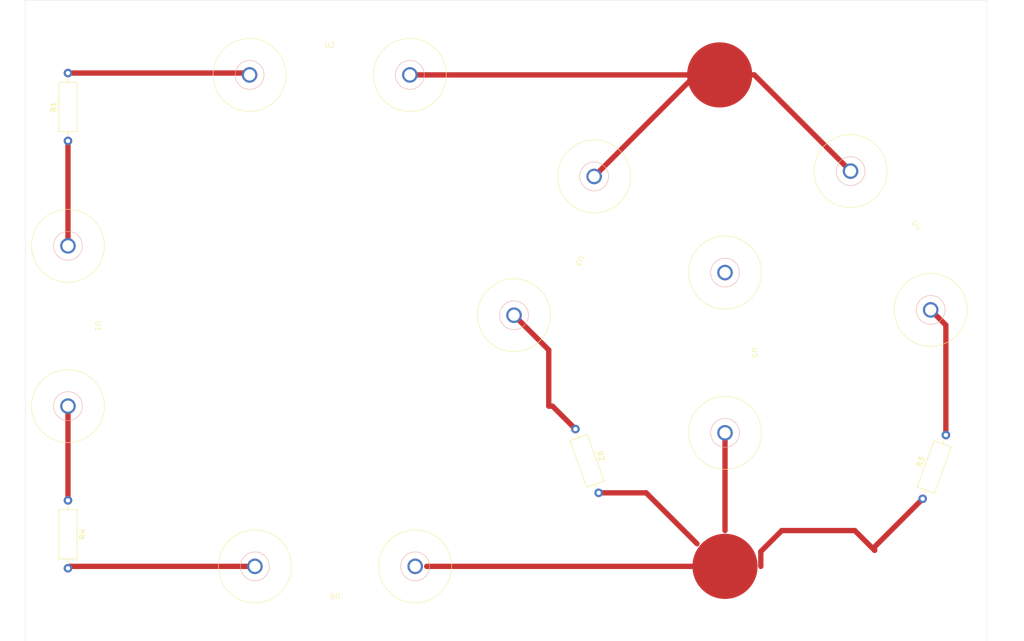
<source format=kicad_pcb>
(kicad_pcb (version 20241229) (generator "pcbnew") (generator_version "9.0")
  (layers (0 "F.Cu" signal) (2 "B.Cu" signal) (13 "F.Paste" user) (15 "B.Paste" user) (5 "F.SilkS" user "F.Silkscreen") (7 "B.SilkS" user "B.Silkscreen") (1 "F.Mask" user) (3 "B.Mask" user) (25 "Edge.Cuts" user))
  (net 0 "")
  (net 1 "Net-(U2-Black)")
  (net 2 "+1V5")
  (net 3 "Net-(U3-Black)")
  (net 4 "Net-(U5-Black)")
  (net 5 "Net-(U4-Black)")
  (net 6 "GND")
  (net 7 "Net-(U6-Black)")
  (net 8 "Net-(U2-Red)")
  (footprint "banana_connector:Red&BlackBananaConnector" (layer "F.Cu") (at 155 75 -120)
    (property "Reference" "U3" (at 0 -5.588 240) (layer "F.SilkS") (effects (font (thickness 0.1))))
    (property "Value" "~")
    (fp_circle (center 15 0) (end 19.825999 4.826) (stroke (width 0.1)) (fill no) (layer "F.SilkS"))
    (fp_circle (center -15 0) (end -10.173999 4.826) (stroke (width 0.1)) (fill no) (layer "F.SilkS"))
    (fp_circle (center 15 0) (end 17.031999 1.778) (stroke (width 0.1)) (fill no) (layer "B.SilkS"))
    (fp_circle (center -15 0) (end -12.967999 1.778001) (stroke (width 0.1)) (fill no) (layer "B.SilkS"))
    (pad "1" thru_hole circle (at -15 0 240) (size 2.9 2.9) (drill 2.1) (layers "*.Cu" "*.Mask") (net 1 "Net-(U2-Black)"))
    (pad "2" thru_hole circle (at 15 0 240) (size 2.9 2.9) (drill 2.1) (layers "*.Cu" "*.Mask") (net 3 "Net-(U3-Black)"))
  )
  (footprint "banana_connector:Red&BlackBananaConnector" (layer "F.Cu") (at 114 135 180)
    (property "Reference" "U6" (at 0 -5.588 180) (layer "F.SilkS") (effects (font (thickness 0.1))))
    (property "Value" "~")
    (fp_circle (center 15 0) (end 19.826 4.826) (stroke (width 0.1)) (fill no) (layer "F.SilkS"))
    (fp_circle (center -15 0) (end -10.174 4.826) (stroke (width 0.1)) (fill no) (layer "F.SilkS"))
    (fp_circle (center 15 0) (end 17.032 1.778) (stroke (width 0.1)) (fill no) (layer "B.SilkS"))
    (fp_circle (center -15 0) (end -12.968 1.778) (stroke (width 0.1)) (fill no) (layer "B.SilkS"))
    (pad "1" thru_hole circle (at -15 0 180) (size 2.9 2.9) (drill 2.1) (layers "*.Cu" "*.Mask") (net 4 "Net-(U5-Black)"))
    (pad "2" thru_hole circle (at 15 0 180) (size 2.9 2.9) (drill 2.1) (layers "*.Cu" "*.Mask") (net 7 "Net-(U6-Black)"))
  )
  (footprint "banana_connector:Red&BlackBananaConnector" (layer "F.Cu") (at 187 95 -90)
    (property "Reference" "U5" (at 0 -5.588 270) (layer "F.SilkS") (effects (font (thickness 0.1))))
    (property "Value" "~")
    (fp_circle (center -15 0) (end -10.174 4.826) (stroke (width 0.1)) (fill no) (layer "F.SilkS"))
    (fp_circle (center 15 0) (end 19.826 4.826) (stroke (width 0.1)) (fill no) (layer "F.SilkS"))
    (fp_circle (center -15 0) (end -12.968 1.778) (stroke (width 0.1)) (fill no) (layer "B.SilkS"))
    (fp_circle (center 15 0) (end 17.032 1.778) (stroke (width 0.1)) (fill no) (layer "B.SilkS"))
    (pad "1" thru_hole circle (at -15 0 270) (size 2.9 2.9) (drill 2.1) (layers "*.Cu" "*.Mask") (net 1 "Net-(U2-Black)"))
    (pad "2" thru_hole circle (at 15 0 270) (size 2.9 2.9) (drill 2.1) (layers "*.Cu" "*.Mask") (net 4 "Net-(U5-Black)"))
  )
  (footprint "Resistor_THT:R_Axial_DIN0309_L9.0mm_D3.2mm_P12.70mm_Horizontal" (layer "F.Cu") (at 159 109.3 -70)
    (property "Reference" "R2" (at 6.35 -2.72 110) (layer "F.SilkS"))
    (property "Value" "100")
    (fp_line (start 1.04 0) (end 1.73 0) (stroke (width 0.12)) (layer "F.SilkS"))
    (fp_line (start 11.66 0) (end 10.97 0) (stroke (width 0.12)) (layer "F.SilkS"))
    (fp_poly (pts (xy 1.73 -1.72) (xy 1.73 1.72) (xy 10.97 1.72) (xy 10.97 -1.72)) (stroke (width 0.12)) (fill no) (layer "F.SilkS"))
    (pad "1" thru_hole circle (at 0 0 290) (size 1.6 1.6) (drill 0.8) (layers "*.Cu" "*.Mask") (net 3 "Net-(U3-Black)"))
    (pad "2" thru_hole circle (at 12.7 0 290) (size 1.6 1.6) (drill 0.8) (layers "*.Cu" "*.Mask") (net 4 "Net-(U5-Black)"))
  )
  (footprint "banana_connector:Red&BlackBananaConnector" (layer "F.Cu") (at 113 43)
    (property "Reference" "U2" (at 0 -5.588 0) (layer "F.SilkS") (effects (font (thickness 0.1))))
    (property "Value" "~")
    (fp_circle (center -15 0) (end -10.174 4.826) (stroke (width 0.1)) (fill no) (layer "F.SilkS"))
    (fp_circle (center 15 0) (end 19.826 4.826) (stroke (width 0.1)) (fill no) (layer "F.SilkS"))
    (fp_circle (center -15 0) (end -12.968 1.778) (stroke (width 0.1)) (fill no) (layer "B.SilkS"))
    (fp_circle (center 15 0) (end 17.032 1.778) (stroke (width 0.1)) (fill no) (layer "B.SilkS"))
    (pad "1" thru_hole circle (at -15 0) (size 2.9 2.9) (drill 2.1) (layers "*.Cu" "*.Mask") (net 8 "Net-(U2-Red)"))
    (pad "2" thru_hole circle (at 15 0) (size 2.9 2.9) (drill 2.1) (layers "*.Cu" "*.Mask") (net 1 "Net-(U2-Black)"))
  )
  (footprint "banana_connector:Red&BlackBananaConnector" (layer "F.Cu") (at 64 90 -90)
    (property "Reference" "U1" (at 0 -5.588 270) (layer "F.SilkS") (effects (font (thickness 0.1))))
    (property "Value" "~")
    (fp_circle (center -15 0) (end -10.174 4.826) (stroke (width 0.1)) (fill no) (layer "F.SilkS"))
    (fp_circle (center 15 0) (end 19.826 4.826) (stroke (width 0.1)) (fill no) (layer "F.SilkS"))
    (fp_circle (center -15 0) (end -12.968 1.778) (stroke (width 0.1)) (fill no) (layer "B.SilkS"))
    (fp_circle (center 15 0) (end 17.032 1.778) (stroke (width 0.1)) (fill no) (layer "B.SilkS"))
    (pad "1" thru_hole circle (at -15 0 270) (size 2.9 2.9) (drill 2.1) (layers "*.Cu" "*.Mask") (net 2 "+1V5"))
    (pad "2" thru_hole circle (at 15 0 270) (size 2.9 2.9) (drill 2.1) (layers "*.Cu" "*.Mask") (net 6 "GND"))
  )
  (footprint "Resistor_THT:R_Axial_DIN0309_L9.0mm_D3.2mm_P12.70mm_Horizontal" (layer "F.Cu") (at 64 55.35 90)
    (property "Reference" "R1" (at 6.35 -2.72 90) (layer "F.SilkS"))
    (property "Value" "100")
    (fp_line (start 11.66 0) (end 10.97 0) (stroke (width 0.12)) (layer "F.SilkS"))
    (fp_line (start 1.04 0) (end 1.73 0) (stroke (width 0.12)) (layer "F.SilkS"))
    (fp_rect (start 1.73 -1.72) (end 10.97 1.72) (stroke (width 0.12)) (fill no) (layer "F.SilkS"))
    (pad "1" thru_hole circle (at 0 0 90) (size 1.6 1.6) (drill 0.8) (layers "*.Cu" "*.Mask") (net 2 "+1V5"))
    (pad "2" thru_hole circle (at 12.7 0 90) (size 1.6 1.6) (drill 0.8) (layers "*.Cu" "*.Mask") (net 8 "Net-(U2-Red)"))
  )
  (footprint "Resistor_THT:R_Axial_DIN0309_L9.0mm_D3.2mm_P12.70mm_Horizontal" (layer "F.Cu") (at 224 122.35 70)
    (property "Reference" "R3" (at 6.35 -2.72 70) (layer "F.SilkS"))
    (property "Value" "100")
    (fp_line (start 1.04 0) (end 1.73 0) (stroke (width 0.12)) (layer "F.SilkS"))
    (fp_line (start 11.66 0) (end 10.97 0) (stroke (width 0.12)) (layer "F.SilkS"))
    (fp_poly (pts (xy 1.73 -1.720001) (xy 1.729999 1.72) (xy 10.97 1.720001) (xy 10.97 -1.72)) (stroke (width 0.12)) (fill no) (layer "F.SilkS"))
    (pad "1" thru_hole circle (at 0 0 70) (size 1.6 1.6) (drill 0.8) (layers "*.Cu" "*.Mask") (net 4 "Net-(U5-Black)"))
    (pad "2" thru_hole circle (at 12.700001 0 70) (size 1.6 1.6) (drill 0.8) (layers "*.Cu" "*.Mask") (net 5 "Net-(U4-Black)"))
  )
  (footprint "Resistor_THT:R_Axial_DIN0309_L9.0mm_D3.2mm_P12.70mm_Horizontal" (layer "F.Cu") (at 64 122.65 -90)
    (property "Reference" "R4" (at 6.35 -2.72 90) (layer "F.SilkS"))
    (property "Value" "100")
    (fp_line (start 1.04 0) (end 1.73 0) (stroke (width 0.12)) (layer "F.SilkS"))
    (fp_line (start 11.66 0) (end 10.97 0) (stroke (width 0.12)) (layer "F.SilkS"))
    (fp_rect (start 1.73 -1.72) (end 10.97 1.72) (stroke (width 0.12)) (fill no) (layer "F.SilkS"))
    (pad "1" thru_hole circle (at 0 0 270) (size 1.6 1.6) (drill 0.8) (layers "*.Cu" "*.Mask") (net 6 "GND"))
    (pad "2" thru_hole circle (at 12.7 0 270) (size 1.6 1.6) (drill 0.8) (layers "*.Cu" "*.Mask") (net 7 "Net-(U6-Black)"))
  )
  (footprint "banana_connector:Red&BlackBananaConnector" (layer "F.Cu") (at 218 74 -60)
    (property "Reference" "U4" (at 0 -5.588 300) (layer "F.SilkS") (effects (font (thickness 0.1))))
    (property "Value" "~")
    (fp_circle (center -15 0) (end -10.174001 4.826) (stroke (width 0.1)) (fill no) (layer "F.SilkS"))
    (fp_circle (center 15 0) (end 19.826001 4.826) (stroke (width 0.1)) (fill no) (layer "F.SilkS"))
    (fp_circle (center -15 0) (end -12.968 1.778) (stroke (width 0.1)) (fill no) (layer "B.SilkS"))
    (fp_circle (center 15 0) (end 17.032 1.778) (stroke (width 0.1)) (fill no) (layer "B.SilkS"))
    (pad "1" thru_hole circle (at -15 0 300) (size 2.9 2.9) (drill 2.1) (layers "*.Cu" "*.Mask") (net 1 "Net-(U2-Black)"))
    (pad "2" thru_hole circle (at 15 0 300) (size 2.9 2.9) (drill 2.1) (layers "*.Cu" "*.Mask") (net 5 "Net-(U4-Black)"))
  )
  (gr_circle (center 186 43) (end 192 43) (stroke (width 0.2)) (fill yes) (layer "F.Cu") (net 1))
  (gr_circle (center 187 135) (end 193 135) (stroke (width 0.2)) (fill yes) (layer "F.Cu") (net 1))
  (gr_rect (start 56 29) (end 236 149) (stroke (width 0.05)) (fill no) (layer "Edge.Cuts"))
  (segment (start 181.509619 43) (end 162.5 62.009619) (width 1) (layer "F.Cu") (net 1))
  (segment (start 186 43) (end 128 43) (width 1) (layer "F.Cu") (net 1))
  (segment (start 192.490381 43) (end 181.509619 43) (width 1) (layer "F.Cu") (net 1))
  (segment (start 210.5 61.009619) (end 192.490381 43) (width 1) (layer "F.Cu") (net 1))
  (segment (start 187 135) (end 131.151 135) (width 1) (layer "F.Cu") (net 1))
  (segment (start 64 75) (end 64 55.35) (width 1) (layer "F.Cu") (net 2))
  (segment (start 154.7 105) (end 154 105) (width 1) (layer "F.Cu") (net 3))
  (segment (start 154 94.490381) (end 147.5 87.990381) (width 1) (layer "F.Cu") (net 3))
  (segment (start 159 109.3) (end 154.7 105) (width 1) (layer "F.Cu") (net 3))
  (segment (start 154 105) (end 154 94.490381) (width 1) (layer "F.Cu") (net 3))
  (segment (start 215 131.35) (end 215 132) (width 1) (layer "F.Cu") (net 4))
  (segment (start 211.299 128.299) (end 197.626354 128.299) (width 1) (layer "F.Cu") (net 4))
  (segment (start 172.234096 121.234096) (end 181.761677 130.761677) (width 1) (layer "F.Cu") (net 4))
  (segment (start 224 122.35) (end 215 131.35) (width 1) (layer "F.Cu") (net 4))
  (segment (start 163.343656 121.234096) (end 172.234096 121.234096) (width 1) (layer "F.Cu") (net 4))
  (segment (start 197.626354 128.299) (end 193.701 132.224354) (width 1) (layer "F.Cu") (net 4))
  (segment (start 187 110) (end 187 128.299) (width 1) (layer "F.Cu") (net 4))
  (segment (start 215 132) (end 211.299 128.299) (width 1) (layer "F.Cu") (net 4))
  (segment (start 193.701 132.224354) (end 193.701 135) (width 1) (layer "F.Cu") (net 4))
  (segment (start 228.343656 110.415903) (end 228.343656 89.834037) (width 1) (layer "F.Cu") (net 5))
  (segment (start 228.343656 89.834037) (end 225.5 86.990381) (width 1) (layer "F.Cu") (net 5))
  (segment (start 64 122.65) (end 64 105) (width 1) (layer "F.Cu") (net 6))
  (segment (start 64.35 135) (end 64 135.35) (width 1) (layer "F.Cu") (net 7))
  (segment (start 99 135) (end 64.35 135) (width 1) (layer "F.Cu") (net 7))
  (segment (start 97.65 42.65) (end 98 43) (width 1) (layer "F.Cu") (net 8))
  (segment (start 64 42.65) (end 97.65 42.65) (width 1) (layer "F.Cu") (net 8))
)
</source>
